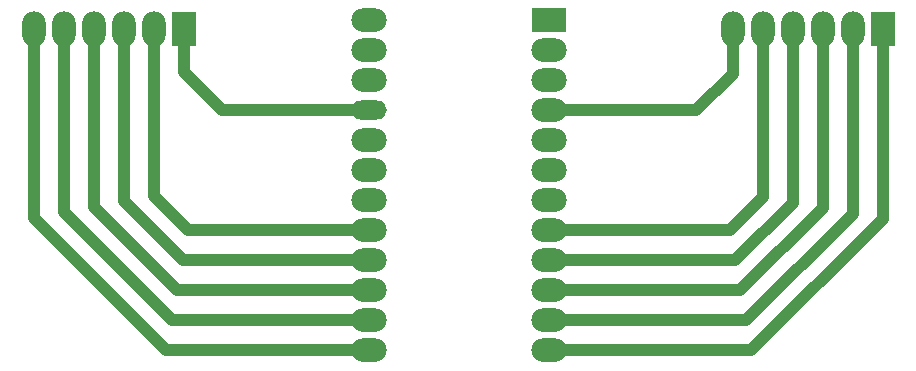
<source format=gbr>
%TF.GenerationSoftware,KiCad,Pcbnew,(6.0.2)*%
%TF.CreationDate,2022-04-04T11:02:24+02:00*%
%TF.ProjectId,numPAD_MCU,6e756d50-4144-45f4-9d43-552e6b696361,rev?*%
%TF.SameCoordinates,Original*%
%TF.FileFunction,Copper,L1,Top*%
%TF.FilePolarity,Positive*%
%FSLAX46Y46*%
G04 Gerber Fmt 4.6, Leading zero omitted, Abs format (unit mm)*
G04 Created by KiCad (PCBNEW (6.0.2)) date 2022-04-04 11:02:24*
%MOMM*%
%LPD*%
G01*
G04 APERTURE LIST*
%TA.AperFunction,ComponentPad*%
%ADD10R,2.000000X3.000000*%
%TD*%
%TA.AperFunction,ComponentPad*%
%ADD11O,2.000000X3.000000*%
%TD*%
%TA.AperFunction,ComponentPad*%
%ADD12R,3.000000X2.000000*%
%TD*%
%TA.AperFunction,ComponentPad*%
%ADD13O,3.000000X2.000000*%
%TD*%
%TA.AperFunction,ComponentPad*%
%ADD14O,3.000000X1.620000*%
%TD*%
%TA.AperFunction,Conductor*%
%ADD15C,1.000000*%
%TD*%
G04 APERTURE END LIST*
D10*
%TO.P,J1,1,Pin_1*%
%TO.N,Net-(U1-Pad21)*%
X15200000Y29000000D03*
D11*
%TO.P,J1,2,Pin_2*%
%TO.N,Net-(U1-Pad17)*%
X12660000Y29000000D03*
%TO.P,J1,3,Pin_3*%
%TO.N,Net-(U1-Pad16)*%
X10120000Y29000000D03*
%TO.P,J1,4,Pin_4*%
%TO.N,Net-(U1-Pad15)*%
X7580000Y29000000D03*
%TO.P,J1,5,Pin_5*%
%TO.N,Net-(U1-Pad14)*%
X5040000Y29000000D03*
%TO.P,J1,6,Pin_6*%
%TO.N,Net-(U1-Pad13)*%
X2500000Y29000000D03*
%TD*%
D10*
%TO.P,J2,1,Pin_1*%
%TO.N,Net-(J2-Pad1)*%
X74375000Y29000000D03*
D11*
%TO.P,J2,2,Pin_2*%
%TO.N,Net-(J2-Pad2)*%
X71835000Y29000000D03*
%TO.P,J2,3,Pin_3*%
%TO.N,Net-(J2-Pad3)*%
X69295000Y29000000D03*
%TO.P,J2,4,Pin_4*%
%TO.N,Net-(J2-Pad4)*%
X66755000Y29000000D03*
%TO.P,J2,5,Pin_5*%
%TO.N,Net-(J2-Pad5)*%
X64215000Y29000000D03*
%TO.P,J2,6,Pin_6*%
%TO.N,Net-(U1-Pad4)*%
X61675000Y29000000D03*
%TD*%
D12*
%TO.P,U1,1,TX*%
%TO.N,unconnected-(U1-Pad1)*%
X46120000Y29700000D03*
D13*
%TO.P,U1,2,RX*%
%TO.N,unconnected-(U1-Pad2)*%
X46120000Y27160000D03*
%TO.P,U1,3,GND*%
%TO.N,unconnected-(U1-Pad3)*%
X46120000Y24620000D03*
%TO.P,U1,4,GND*%
%TO.N,Net-(U1-Pad4)*%
X46120000Y22080000D03*
%TO.P,U1,5,SDA*%
%TO.N,unconnected-(U1-Pad5)*%
X46120000Y19540000D03*
%TO.P,U1,6,SCL*%
%TO.N,unconnected-(U1-Pad6)*%
X46120000Y17000000D03*
%TO.P,U1,7,D4*%
%TO.N,unconnected-(U1-Pad7)*%
X46120000Y14460000D03*
%TO.P,U1,8,C6*%
%TO.N,Net-(J2-Pad5)*%
X46120000Y11920000D03*
%TO.P,U1,9,D7*%
%TO.N,Net-(J2-Pad4)*%
X46120000Y9380000D03*
%TO.P,U1,10,E6*%
%TO.N,Net-(J2-Pad3)*%
X46120000Y6840000D03*
%TO.P,U1,11,B4*%
%TO.N,Net-(J2-Pad2)*%
X46120000Y4300000D03*
%TO.P,U1,12,B5*%
%TO.N,Net-(J2-Pad1)*%
X46120000Y1760000D03*
%TO.P,U1,13,B6*%
%TO.N,Net-(U1-Pad13)*%
X30880000Y1760000D03*
%TO.P,U1,14,B2*%
%TO.N,Net-(U1-Pad14)*%
X30880000Y4300000D03*
%TO.P,U1,15,B3*%
%TO.N,Net-(U1-Pad15)*%
X30880000Y6840000D03*
%TO.P,U1,16,B1*%
%TO.N,Net-(U1-Pad16)*%
X30880000Y9380000D03*
%TO.P,U1,17,F7*%
%TO.N,Net-(U1-Pad17)*%
X30880000Y11920000D03*
%TO.P,U1,18,F6*%
%TO.N,unconnected-(U1-Pad18)*%
X30880000Y14460000D03*
%TO.P,U1,19,F5*%
%TO.N,unconnected-(U1-Pad19)*%
X30880000Y17000000D03*
%TO.P,U1,20,F4*%
%TO.N,unconnected-(U1-Pad20)*%
X30880000Y19540000D03*
D14*
%TO.P,U1,21,VCC*%
%TO.N,Net-(U1-Pad21)*%
X30880000Y22080000D03*
D13*
%TO.P,U1,22,RST*%
%TO.N,unconnected-(U1-Pad22)*%
X30880000Y24620000D03*
%TO.P,U1,23,GND*%
%TO.N,unconnected-(U1-Pad23)*%
X30880000Y27160000D03*
%TO.P,U1,24,RAW*%
%TO.N,unconnected-(U1-Pad24)*%
X30880000Y29700000D03*
%TD*%
D15*
%TO.N,Net-(J2-Pad1)*%
X74375000Y12875000D02*
X63260000Y1760000D01*
X63260000Y1760000D02*
X46120000Y1760000D01*
X74375000Y29000000D02*
X74375000Y12875000D01*
%TO.N,Net-(J2-Pad2)*%
X62800000Y4300000D02*
X46120000Y4300000D01*
X71835000Y13335000D02*
X62800000Y4300000D01*
X71835000Y29000000D02*
X71835000Y13335000D01*
%TO.N,Net-(J2-Pad3)*%
X69295000Y13795000D02*
X62340000Y6840000D01*
X69295000Y29000000D02*
X69295000Y13795000D01*
X62340000Y6840000D02*
X46120000Y6840000D01*
%TO.N,Net-(J2-Pad4)*%
X61880000Y9380000D02*
X46120000Y9380000D01*
X66755000Y14255000D02*
X61880000Y9380000D01*
X66755000Y29000000D02*
X66755000Y14255000D01*
%TO.N,Net-(J2-Pad5)*%
X61420000Y11920000D02*
X46120000Y11920000D01*
X64215000Y14715000D02*
X61420000Y11920000D01*
X64215000Y29000000D02*
X64215000Y14715000D01*
%TO.N,Net-(U1-Pad13)*%
X13740000Y1760000D02*
X30880000Y1760000D01*
X2500000Y13000000D02*
X13740000Y1760000D01*
X2500000Y29000000D02*
X2500000Y13000000D01*
%TO.N,Net-(U1-Pad14)*%
X14200000Y4300000D02*
X30880000Y4300000D01*
X5040000Y29000000D02*
X5040000Y13460000D01*
X5040000Y13460000D02*
X14200000Y4300000D01*
%TO.N,Net-(U1-Pad15)*%
X14660000Y6840000D02*
X30880000Y6840000D01*
X7580000Y13920000D02*
X14660000Y6840000D01*
X7580000Y29000000D02*
X7580000Y13920000D01*
%TO.N,Net-(U1-Pad16)*%
X10120000Y14380000D02*
X15120000Y9380000D01*
X15120000Y9380000D02*
X30880000Y9380000D01*
X10120000Y29000000D02*
X10120000Y14380000D01*
%TO.N,Net-(U1-Pad17)*%
X15580000Y11920000D02*
X30880000Y11920000D01*
X12660000Y14840000D02*
X15580000Y11920000D01*
X12660000Y29000000D02*
X12660000Y14840000D01*
%TO.N,Net-(U1-Pad21)*%
X18420000Y22080000D02*
X30880000Y22080000D01*
X15200000Y25300000D02*
X18420000Y22080000D01*
X15200000Y29000000D02*
X15200000Y25300000D01*
%TO.N,Net-(U1-Pad4)*%
X61675000Y25175000D02*
X58580000Y22080000D01*
X61675000Y29000000D02*
X61675000Y25175000D01*
X58580000Y22080000D02*
X46120000Y22080000D01*
%TD*%
M02*

</source>
